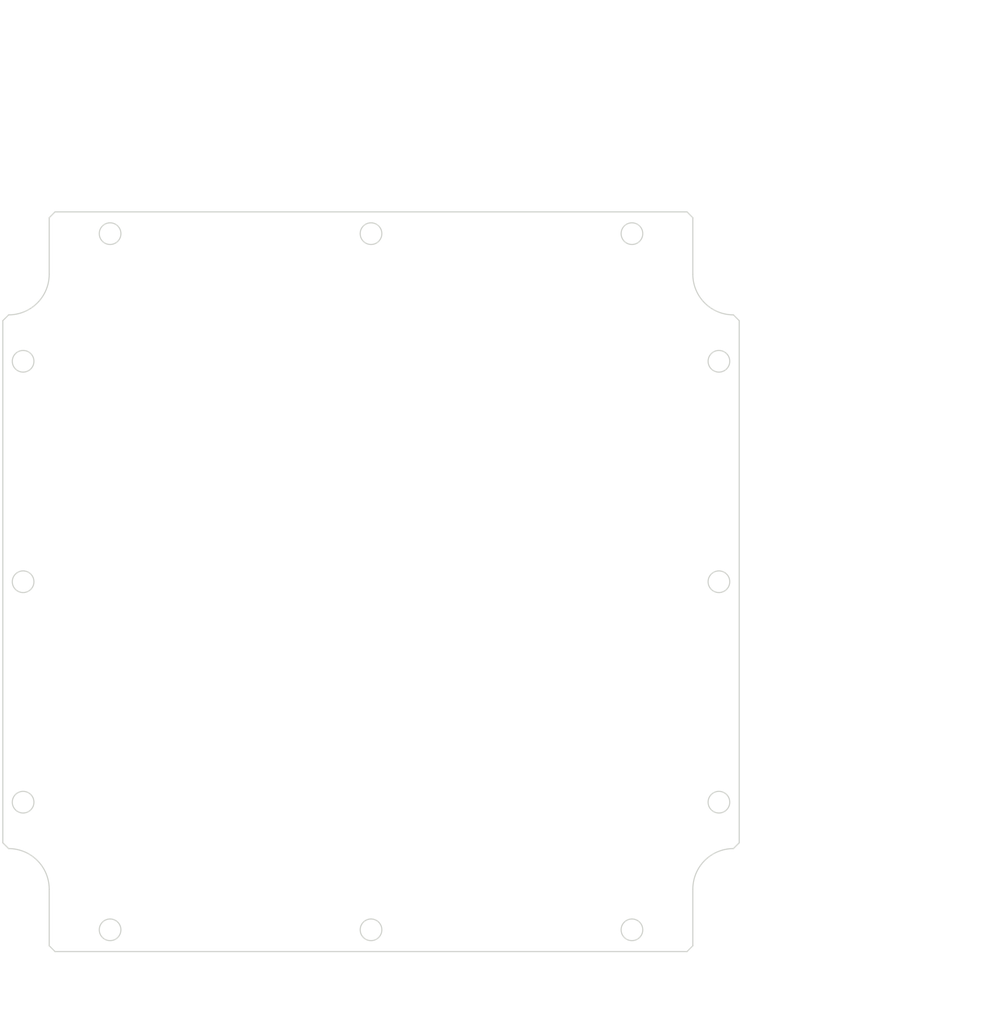
<source format=kicad_pcb>
(kicad_pcb (version 20171130) (host pcbnew "(5.1.0)-1")

  (general
    (thickness 1.6)
    (drawings 110)
    (tracks 0)
    (zones 0)
    (modules 0)
    (nets 1)
  )

  (page A3)
  (layers
    (0 F.Cu signal)
    (31 B.Cu signal)
    (32 B.Adhes user)
    (33 F.Adhes user)
    (34 B.Paste user)
    (35 F.Paste user)
    (36 B.SilkS user)
    (37 F.SilkS user)
    (38 B.Mask user)
    (39 F.Mask user)
    (40 Dwgs.User user)
    (41 Cmts.User user)
    (42 Eco1.User user)
    (43 Eco2.User user)
    (44 Edge.Cuts user)
    (45 Margin user)
    (46 B.CrtYd user)
    (47 F.CrtYd user)
    (48 B.Fab user)
    (49 F.Fab user)
  )

  (setup
    (last_trace_width 0.25)
    (trace_clearance 0.2)
    (zone_clearance 0.508)
    (zone_45_only no)
    (trace_min 0.2)
    (via_size 0.8)
    (via_drill 0.4)
    (via_min_size 0.4)
    (via_min_drill 0.3)
    (uvia_size 0.3)
    (uvia_drill 0.1)
    (uvias_allowed no)
    (uvia_min_size 0.2)
    (uvia_min_drill 0.1)
    (edge_width 0.05)
    (segment_width 0.2)
    (pcb_text_width 0.3)
    (pcb_text_size 1.5 1.5)
    (mod_edge_width 0.12)
    (mod_text_size 1 1)
    (mod_text_width 0.15)
    (pad_size 1.524 1.524)
    (pad_drill 0.762)
    (pad_to_mask_clearance 0.051)
    (solder_mask_min_width 0.25)
    (aux_axis_origin 0 0)
    (visible_elements FFFFFF7F)
    (pcbplotparams
      (layerselection 0x010fc_ffffffff)
      (usegerberextensions false)
      (usegerberattributes false)
      (usegerberadvancedattributes false)
      (creategerberjobfile false)
      (excludeedgelayer true)
      (linewidth 0.152400)
      (plotframeref false)
      (viasonmask false)
      (mode 1)
      (useauxorigin false)
      (hpglpennumber 1)
      (hpglpenspeed 20)
      (hpglpendiameter 15.000000)
      (psnegative false)
      (psa4output false)
      (plotreference true)
      (plotvalue true)
      (plotinvisibletext false)
      (padsonsilk false)
      (subtractmaskfromsilk false)
      (outputformat 1)
      (mirror false)
      (drillshape 1)
      (scaleselection 1)
      (outputdirectory ""))
  )

  (net 0 "")

  (net_class Default "This is the default net class."
    (clearance 0.2)
    (trace_width 0.25)
    (via_dia 0.8)
    (via_drill 0.4)
    (uvia_dia 0.3)
    (uvia_drill 0.1)
  )

  (gr_arc (start 139.531804 105.510763) (end 139.531804 112.510763) (angle -90) (layer Edge.Cuts) (width 0.2))
  (gr_line (start 146.531804 95.760763) (end 146.531804 105.510763) (layer Edge.Cuts) (width 0.2))
  (gr_line (start 256.531804 94.760763) (end 147.531804 94.760763) (layer Edge.Cuts) (width 0.2))
  (gr_line (start 257.531804 105.510763) (end 257.531804 95.760763) (layer Edge.Cuts) (width 0.2))
  (gr_arc (start 264.531804 105.510763) (end 257.531804 105.510763) (angle -90) (layer Edge.Cuts) (width 0.2))
  (gr_line (start 265.531804 203.510763) (end 265.531804 113.510763) (layer Edge.Cuts) (width 0.2))
  (gr_arc (start 264.531804 211.510763) (end 264.531804 204.510763) (angle -90) (layer Edge.Cuts) (width 0.2))
  (gr_line (start 257.531804 221.260763) (end 257.531804 211.510763) (layer Edge.Cuts) (width 0.2))
  (gr_line (start 147.531804 222.260763) (end 256.531804 222.260763) (layer Edge.Cuts) (width 0.2))
  (gr_line (start 146.531804 211.510763) (end 146.531804 221.260763) (layer Edge.Cuts) (width 0.2))
  (gr_arc (start 139.531804 211.510763) (end 146.531804 211.510763) (angle -90) (layer Edge.Cuts) (width 0.2))
  (gr_line (start 138.531804 113.510763) (end 138.531804 203.510763) (layer Edge.Cuts) (width 0.2))
  (gr_circle (center 157.031804 218.510763) (end 158.898704 218.510763) (layer Edge.Cuts) (width 0.2))
  (gr_circle (center 142.031804 158.510763) (end 143.898704 158.510763) (layer Edge.Cuts) (width 0.2))
  (gr_circle (center 157.031804 98.510763) (end 158.898704 98.510763) (layer Edge.Cuts) (width 0.2))
  (gr_circle (center 202.031804 98.510763) (end 203.898704 98.510763) (layer Edge.Cuts) (width 0.2))
  (gr_circle (center 247.031804 98.510763) (end 248.898704 98.510763) (layer Edge.Cuts) (width 0.2))
  (gr_circle (center 262.031804 158.510763) (end 263.898704 158.510763) (layer Edge.Cuts) (width 0.2))
  (gr_circle (center 247.031804 218.510763) (end 248.898704 218.510763) (layer Edge.Cuts) (width 0.2))
  (gr_circle (center 202.031804 218.510763) (end 203.898704 218.510763) (layer Edge.Cuts) (width 0.2))
  (gr_circle (center 142.031804 120.510763) (end 143.898704 120.510763) (layer Edge.Cuts) (width 0.2))
  (gr_circle (center 142.031804 196.510763) (end 143.898704 196.510763) (layer Edge.Cuts) (width 0.2))
  (gr_circle (center 262.031804 196.510763) (end 263.898704 196.510763) (layer Edge.Cuts) (width 0.2))
  (gr_circle (center 262.031804 120.510763) (end 263.898704 120.510763) (layer Edge.Cuts) (width 0.2))
  (gr_line (start 146.531804 95.760763) (end 147.531804 94.760763) (layer Edge.Cuts) (width 0.2))
  (gr_line (start 256.531804 94.760763) (end 257.531804 95.760763) (layer Edge.Cuts) (width 0.2))
  (gr_line (start 264.531804 112.510763) (end 265.531804 113.510763) (layer Edge.Cuts) (width 0.2))
  (gr_line (start 265.531804 203.510763) (end 264.531804 204.510763) (layer Edge.Cuts) (width 0.2))
  (gr_line (start 257.531804 221.260763) (end 256.531804 222.260763) (layer Edge.Cuts) (width 0.2))
  (gr_line (start 147.531804 222.260763) (end 146.531804 221.260763) (layer Edge.Cuts) (width 0.2))
  (gr_line (start 139.531804 204.510763) (end 138.531804 203.510763) (layer Edge.Cuts) (width 0.2))
  (gr_line (start 138.531804 113.510763) (end 139.531804 112.510763) (layer Edge.Cuts) (width 0.2))
  (gr_text [5.00] (at 209.568416 63.400225) (layer Dwgs.User)
    (effects (font (size 1.7 1.53) (thickness 0.2125)))
  )
  (gr_text " 127.00" (at 209.568416 59.842789) (layer Dwgs.User)
    (effects (font (size 1.7 1.53) (thickness 0.2125)))
  )
  (gr_line (start 263.531804 61.510763) (end 214.27343 61.510763) (layer Dwgs.User) (width 0.2))
  (gr_line (start 140.531804 61.510763) (end 204.863402 61.510763) (layer Dwgs.User) (width 0.2))
  (gr_line (start 265.531804 112.510763) (end 265.531804 58.335763) (layer Dwgs.User) (width 0.2))
  (gr_line (start 138.531804 112.510763) (end 138.531804 58.335763) (layer Dwgs.User) (width 0.2))
  (gr_text [4.37] (at 209.290288 78.43078) (layer Dwgs.User)
    (effects (font (size 1.7 1.53) (thickness 0.2125)))
  )
  (gr_text " 111.00" (at 209.290288 74.873344) (layer Dwgs.User)
    (effects (font (size 1.7 1.53) (thickness 0.2125)))
  )
  (gr_line (start 255.531804 76.541318) (end 213.995302 76.541318) (layer Dwgs.User) (width 0.2))
  (gr_line (start 148.531804 76.541318) (end 204.585274 76.541318) (layer Dwgs.User) (width 0.2))
  (gr_line (start 257.531804 94.760763) (end 257.531804 73.366318) (layer Dwgs.User) (width 0.2))
  (gr_line (start 146.531804 94.760763) (end 146.531804 73.366318) (layer Dwgs.User) (width 0.2))
  (gr_text [3.54] (at 194.195127 83.899899) (layer Dwgs.User)
    (effects (font (size 1.7 1.53) (thickness 0.2125)))
  )
  (gr_text " 90.00" (at 194.195127 80.342464) (layer Dwgs.User)
    (effects (font (size 1.7 1.53) (thickness 0.2125)))
  )
  (gr_line (start 159.031804 82.010438) (end 190.150515 82.010438) (layer Dwgs.User) (width 0.2))
  (gr_line (start 245.031804 82.010438) (end 198.239738 82.010438) (layer Dwgs.User) (width 0.2))
  (gr_line (start 157.031804 97.510763) (end 157.031804 78.835438) (layer Dwgs.User) (width 0.2))
  (gr_line (start 247.031804 97.510763) (end 247.031804 78.835438) (layer Dwgs.User) (width 0.2))
  (gr_text [5.02] (at 303.1706 170.224351) (layer Dwgs.User)
    (effects (font (size 1.7 1.53) (thickness 0.2125)))
  )
  (gr_text " 127.50" (at 303.1706 166.666916) (layer Dwgs.User)
    (effects (font (size 1.7 1.53) (thickness 0.2125)))
  )
  (gr_line (start 303.1706 220.260763) (end 303.1706 171.892325) (layer Dwgs.User) (width 0.2))
  (gr_line (start 303.1706 96.760763) (end 303.1706 164.777455) (layer Dwgs.User) (width 0.2))
  (gr_line (start 257.531804 222.260763) (end 306.3456 222.260763) (layer Dwgs.User) (width 0.2))
  (gr_line (start 257.531804 94.760763) (end 306.3456 94.760763) (layer Dwgs.User) (width 0.2))
  (gr_text [4.72] (at 293.794967 153.626968) (layer Dwgs.User)
    (effects (font (size 1.7 1.53) (thickness 0.2125)))
  )
  (gr_text " 120.00" (at 293.794967 150.069533) (layer Dwgs.User)
    (effects (font (size 1.7 1.53) (thickness 0.2125)))
  )
  (gr_line (start 293.794967 216.510763) (end 293.794967 155.294942) (layer Dwgs.User) (width 0.2))
  (gr_line (start 293.794967 100.510763) (end 293.794967 148.180072) (layer Dwgs.User) (width 0.2))
  (gr_line (start 248.031804 218.510763) (end 296.969967 218.510763) (layer Dwgs.User) (width 0.2))
  (gr_line (start 248.031804 98.510763) (end 296.969967 98.510763) (layer Dwgs.User) (width 0.2))
  (gr_text [3.62] (at 286.531804 168.252385) (layer Dwgs.User)
    (effects (font (size 1.7 1.53) (thickness 0.2125)))
  )
  (gr_text " 92.00" (at 286.531804 164.69495) (layer Dwgs.User)
    (effects (font (size 1.7 1.53) (thickness 0.2125)))
  )
  (gr_line (start 286.531804 202.510763) (end 286.531804 169.920359) (layer Dwgs.User) (width 0.2))
  (gr_line (start 286.531804 114.510763) (end 286.531804 162.805489) (layer Dwgs.User) (width 0.2))
  (gr_line (start 265.531804 204.510763) (end 289.706804 204.510763) (layer Dwgs.User) (width 0.2))
  (gr_line (start 265.531804 112.510763) (end 289.706804 112.510763) (layer Dwgs.User) (width 0.2))
  (gr_text "1.00 X 45.0° Chamfer" (at 148.472037 233.306736) (layer Dwgs.User)
    (effects (font (size 2 1.8) (thickness 0.25)) (justify left bottom))
  )
  (gr_line (start 138.144399 232.272437) (end 147.353636 232.272437) (layer Dwgs.User) (width 0.2))
  (gr_line (start 145.417699 223.669864) (end 138.144399 232.272437) (layer Dwgs.User) (width 0.2))
  (gr_line (start 145.035878 223.347043) (end 145.799519 223.992685) (layer Dwgs.User) (width 0.2))
  (gr_line (start 147.031804 221.760763) (end 145.035878 223.347043) (layer Dwgs.User) (width 0.2))
  (gr_line (start 145.799519 223.992685) (end 147.031804 221.760763) (layer Dwgs.User) (width 0.2))
  (gr_line (start 145.035877 223.347044) (end 145.799518 223.992684) (layer Dwgs.User) (width 0.2))
  (gr_line (start 147.031803 221.760764) (end 145.035877 223.347044) (layer Dwgs.User) (width 0.2))
  (gr_line (start 145.799518 223.992684) (end 147.031803 221.760764) (layer Dwgs.User) (width 0.2))
  (gr_line (start 145.417699 223.669864) (end 147.031804 221.760763) (layer Dwgs.User) (width 0.2))
  (gr_line (start 202.031804 218.600763) (end 202.031804 218.420763) (layer Dwgs.User) (width 0.2))
  (gr_line (start 201.941804 218.510763) (end 202.121804 218.510763) (layer Dwgs.User) (width 0.2))
  (gr_text " ∅3.73\n[∅0.15]" (at 215.932048 232.020578) (layer Dwgs.User)
    (effects (font (size 1.7 1.53) (thickness 0.2125)))
  )
  (gr_line (start 208.893404 232.020578) (end 203.782882 221.958464) (layer Dwgs.User) (width 0.2))
  (gr_line (start 211.395179 232.020578) (end 208.893404 232.020578) (layer Dwgs.User) (width 0.2))
  (gr_text [R0.28] (at 161.193118 204.854716) (layer Dwgs.User)
    (effects (font (size 1.7 1.53) (thickness 0.2125)))
  )
  (gr_text " R7.00" (at 161.193118 201.29728) (layer Dwgs.User)
    (effects (font (size 1.7 1.53) (thickness 0.2125)))
  )
  (gr_line (start 154.223606 202.965255) (end 147.311502 206.98569) (layer Dwgs.User) (width 0.2))
  (gr_line (start 156.722348 202.965255) (end 154.223606 202.965255) (layer Dwgs.User) (width 0.2))
  (gr_text [.15] (at 236.472143 88.537485) (layer Dwgs.User)
    (effects (font (size 1.7 1.53) (thickness 0.2125)))
  )
  (gr_text " 3.75" (at 236.472143 84.97947) (layer Dwgs.User)
    (effects (font (size 1.7 1.53) (thickness 0.2125)))
  )
  (gr_line (start 231.078657 86.648023) (end 233.078657 86.648023) (layer Dwgs.User) (width 0.2))
  (gr_line (start 231.078657 92.760763) (end 231.078657 86.648023) (layer Dwgs.User) (width 0.2))
  (gr_line (start 231.078657 100.510763) (end 231.078657 102.510763) (layer Dwgs.User) (width 0.2))
  (gr_line (start 246.031804 98.510763) (end 227.903657 98.510763) (layer Dwgs.User) (width 0.2))
  (gr_text [.14] (at 274.431435 165.772418) (layer Dwgs.User)
    (effects (font (size 1.7 1.53) (thickness 0.2125)))
  )
  (gr_text " 3.50" (at 274.431435 162.214403) (layer Dwgs.User)
    (effects (font (size 1.7 1.53) (thickness 0.2125)))
  )
  (gr_line (start 267.531804 163.882957) (end 271.047226 163.882957) (layer Dwgs.User) (width 0.2))
  (gr_line (start 260.031804 163.882957) (end 258.031804 163.882957) (layer Dwgs.User) (width 0.2))
  (gr_line (start 262.031804 159.510763) (end 262.031804 167.057957) (layer Dwgs.User) (width 0.2))
  (gr_text [4.72] (at 194.640529 70.400225) (layer Dwgs.User)
    (effects (font (size 1.7 1.53) (thickness 0.2125)))
  )
  (gr_text " 120.00" (at 194.640529 66.842789) (layer Dwgs.User)
    (effects (font (size 1.7 1.53) (thickness 0.2125)))
  )
  (gr_line (start 144.031804 68.510763) (end 189.935515 68.510763) (layer Dwgs.User) (width 0.2))
  (gr_line (start 260.031804 68.510763) (end 199.345543 68.510763) (layer Dwgs.User) (width 0.2))
  (gr_line (start 142.031804 119.510763) (end 142.031804 65.335763) (layer Dwgs.User) (width 0.2))
  (gr_line (start 262.031804 119.510763) (end 262.031804 65.335763) (layer Dwgs.User) (width 0.2))
  (gr_text [2.99] (at 279.21065 152.805315) (layer Dwgs.User)
    (effects (font (size 1.7 1.53) (thickness 0.2125)))
  )
  (gr_text " 76.00" (at 279.21065 149.24788) (layer Dwgs.User)
    (effects (font (size 1.7 1.53) (thickness 0.2125)))
  )
  (gr_line (start 279.21065 122.510763) (end 279.21065 147.358419) (layer Dwgs.User) (width 0.2))
  (gr_line (start 279.21065 194.510763) (end 279.21065 154.47329) (layer Dwgs.User) (width 0.2))
  (gr_line (start 263.031804 120.510763) (end 282.38565 120.510763) (layer Dwgs.User) (width 0.2))
  (gr_line (start 263.031804 196.510763) (end 282.38565 196.510763) (layer Dwgs.User) (width 0.2))

)

</source>
